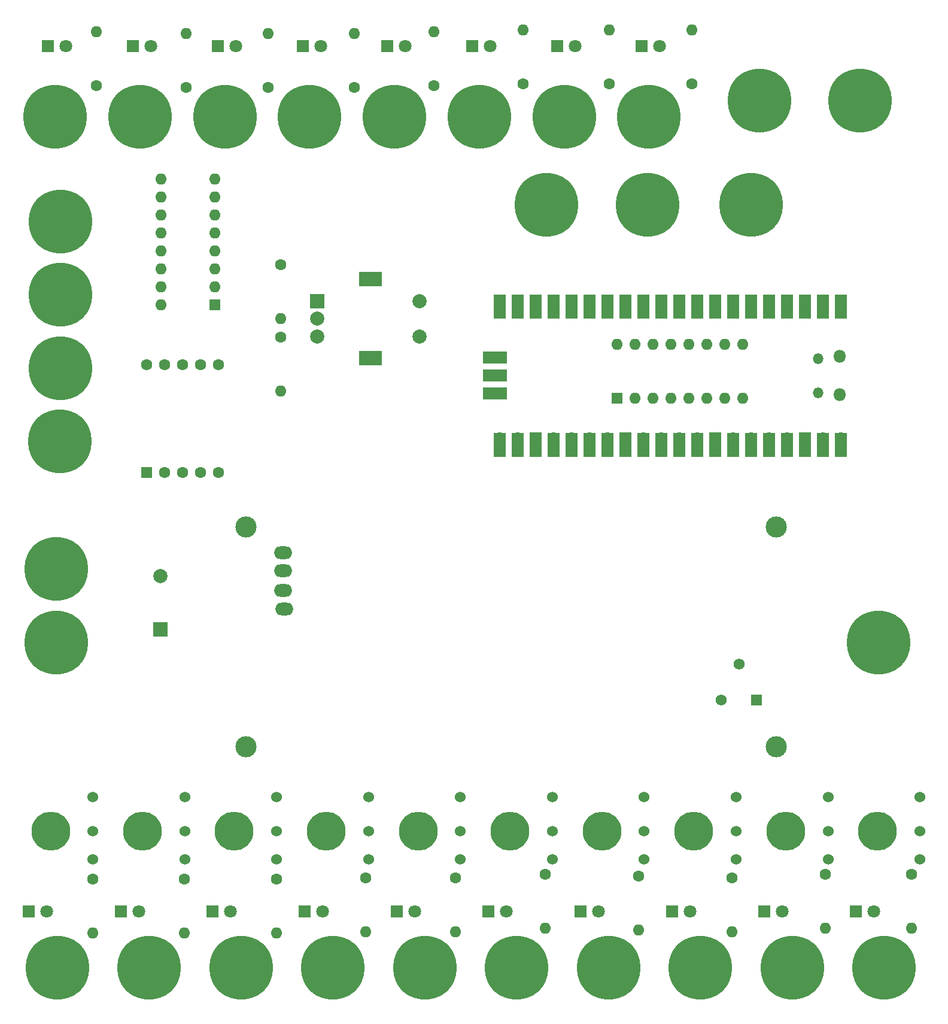
<source format=gbr>
%TF.GenerationSoftware,KiCad,Pcbnew,7.0.6*%
%TF.CreationDate,2023-07-29T11:39:48+05:30*%
%TF.ProjectId,Copy of Trainer Kit Prototype,436f7079-206f-4662-9054-7261696e6572,rev?*%
%TF.SameCoordinates,Original*%
%TF.FileFunction,Soldermask,Bot*%
%TF.FilePolarity,Negative*%
%FSLAX46Y46*%
G04 Gerber Fmt 4.6, Leading zero omitted, Abs format (unit mm)*
G04 Created by KiCad (PCBNEW 7.0.6) date 2023-07-29 11:39:48*
%MOMM*%
%LPD*%
G01*
G04 APERTURE LIST*
%ADD10C,3.000000*%
%ADD11O,2.600000X1.800000*%
%ADD12C,1.600000*%
%ADD13O,1.600000X1.600000*%
%ADD14C,5.500000*%
%ADD15C,1.524000*%
%ADD16C,5.900000*%
%ADD17C,9.000000*%
%ADD18R,1.560000X1.560000*%
%ADD19C,1.560000*%
%ADD20R,2.000000X2.000000*%
%ADD21C,2.000000*%
%ADD22R,3.200000X2.000000*%
%ADD23R,1.800000X1.800000*%
%ADD24C,1.800000*%
%ADD25R,1.600000X1.600000*%
%ADD26O,1.800000X1.800000*%
%ADD27O,1.500000X1.500000*%
%ADD28O,1.700000X1.700000*%
%ADD29R,1.700000X3.500000*%
%ADD30R,1.700000X1.700000*%
%ADD31R,3.500000X1.700000*%
G04 APERTURE END LIST*
D10*
%TO.C,U5*%
X32327900Y-71624000D03*
X32327900Y-102624700D03*
X107326480Y-102624700D03*
X107327000Y-71624000D03*
D11*
X37592000Y-75184000D03*
X37592000Y-77784000D03*
X37592000Y-80584000D03*
X37692000Y-83184000D03*
%TD*%
D12*
%TO.C,R7*%
X87884000Y-120904000D03*
D13*
X87884000Y-128524000D03*
%TD*%
D14*
%TO.C,SW4*%
X43654000Y-114608000D03*
D15*
X49654000Y-109728000D03*
X49654000Y-114608000D03*
X49654000Y-118608000D03*
%TD*%
D12*
%TO.C,R9*%
X114300000Y-120650000D03*
D13*
X114300000Y-128270000D03*
%TD*%
D12*
%TO.C,R10*%
X126492000Y-120650000D03*
D13*
X126492000Y-128270000D03*
%TD*%
D14*
%TO.C,SW5*%
X56654000Y-114608000D03*
D15*
X62654000Y-109728000D03*
X62654000Y-114608000D03*
X62654000Y-118608000D03*
%TD*%
D16*
%TO.C,BP44*%
X5509000Y-87884000D03*
D17*
X5509000Y-87884000D03*
%TD*%
D18*
%TO.C,RV1*%
X104568000Y-96012000D03*
D19*
X102068000Y-91012000D03*
X99568000Y-96012000D03*
%TD*%
D16*
%TO.C,BP25*%
X41313000Y-13556000D03*
D17*
X41313000Y-13556000D03*
%TD*%
D16*
%TO.C,BP38*%
X83604000Y-133908000D03*
D17*
X83604000Y-133908000D03*
%TD*%
D12*
%TO.C,R3*%
X36604000Y-121408000D03*
D13*
X36604000Y-129028000D03*
%TD*%
D20*
%TO.C,SW11*%
X42396000Y-39624000D03*
D21*
X42396000Y-44624000D03*
X42396000Y-42124000D03*
D22*
X49896000Y-36524000D03*
X49896000Y-47724000D03*
D21*
X56896000Y-44624000D03*
X56896000Y-39624000D03*
%TD*%
D14*
%TO.C,SW10*%
X121654000Y-114608000D03*
D15*
X127654000Y-109728000D03*
X127654000Y-114608000D03*
X127654000Y-118608000D03*
%TD*%
D16*
%TO.C,BP24*%
X29313000Y-13556000D03*
D17*
X29313000Y-13556000D03*
%TD*%
D23*
%TO.C,D8*%
X92604000Y-125908000D03*
D24*
X95144000Y-125908000D03*
%TD*%
D12*
%TO.C,R11*%
X11176000Y-9144000D03*
D13*
X11176000Y-1524000D03*
%TD*%
D23*
%TO.C,D16*%
X64313000Y-3556000D03*
D24*
X66853000Y-3556000D03*
%TD*%
D23*
%TO.C,D10*%
X118604000Y-125908000D03*
D24*
X121144000Y-125908000D03*
%TD*%
D25*
%TO.C,U2*%
X18288000Y-63885500D03*
D12*
X20828000Y-63885500D03*
X23368000Y-63885500D03*
X25908000Y-63885500D03*
X28448000Y-63885500D03*
X28448000Y-48645500D03*
X25908000Y-48645500D03*
X23368000Y-48645500D03*
X20828000Y-48645500D03*
X18288000Y-48645500D03*
%TD*%
D16*
%TO.C,BP43*%
X5509000Y-77534000D03*
D17*
X5509000Y-77534000D03*
%TD*%
D16*
%TO.C,BP40*%
X109604000Y-133908000D03*
D17*
X109604000Y-133908000D03*
%TD*%
D16*
%TO.C,*%
X121841000Y-87884000D03*
D17*
X121841000Y-87884000D03*
%TD*%
D23*
%TO.C,D2*%
X14624000Y-125908000D03*
D24*
X17164000Y-125908000D03*
%TD*%
D16*
%TO.C,BP3*%
X103744000Y-26047001D03*
D17*
X103744000Y-26047001D03*
%TD*%
D14*
%TO.C,SW8*%
X95654000Y-114608000D03*
D15*
X101654000Y-109728000D03*
X101654000Y-114608000D03*
X101654000Y-118608000D03*
%TD*%
D16*
%TO.C,BP32*%
X5604000Y-133908000D03*
D17*
X5604000Y-133908000D03*
%TD*%
D23*
%TO.C,D3*%
X27604000Y-125908000D03*
D24*
X30144000Y-125908000D03*
%TD*%
D12*
%TO.C,R6*%
X74676000Y-120650000D03*
D13*
X74676000Y-128270000D03*
%TD*%
D14*
%TO.C,SW6*%
X69654000Y-114608000D03*
D15*
X75654000Y-109728000D03*
X75654000Y-114608000D03*
X75654000Y-118608000D03*
%TD*%
D25*
%TO.C,U1*%
X27940000Y-40132000D03*
D13*
X27940000Y-37592000D03*
X27940000Y-35052000D03*
X27940000Y-32512000D03*
X27940000Y-29972000D03*
X27940000Y-27432000D03*
X27940000Y-24892000D03*
X27940000Y-22352000D03*
X20320000Y-22352000D03*
X20320000Y-24892000D03*
X20320000Y-27432000D03*
X20320000Y-29972000D03*
X20320000Y-32512000D03*
X20320000Y-35052000D03*
X20320000Y-37592000D03*
X20320000Y-40132000D03*
%TD*%
D16*
%TO.C,BP22*%
X5313000Y-13556000D03*
D17*
X5313000Y-13556000D03*
%TD*%
D23*
%TO.C,D13*%
X28313000Y-3556000D03*
D24*
X30853000Y-3556000D03*
%TD*%
D16*
%TO.C,BP18*%
X6017000Y-59436000D03*
D17*
X6017000Y-59436000D03*
%TD*%
D12*
%TO.C,R14*%
X47673000Y-9398000D03*
D13*
X47673000Y-1778000D03*
%TD*%
D12*
%TO.C,R13*%
X35481000Y-9398000D03*
D13*
X35481000Y-1778000D03*
%TD*%
D16*
%TO.C,BP31*%
X104949000Y-11291000D03*
D17*
X104949000Y-11291000D03*
%TD*%
D16*
%TO.C,BP37*%
X70604000Y-133908000D03*
D17*
X70604000Y-133908000D03*
%TD*%
D12*
%TO.C,R16*%
X71549000Y-8890000D03*
D13*
X71549000Y-1270000D03*
%TD*%
D14*
%TO.C,SW1*%
X4714000Y-114608000D03*
D15*
X10654000Y-109728000D03*
X10654000Y-114608000D03*
X10654000Y-118608000D03*
%TD*%
D16*
%TO.C,BP29*%
X89313000Y-13556000D03*
D17*
X89313000Y-13556000D03*
%TD*%
D16*
%TO.C,BP30*%
X119173000Y-11291000D03*
D17*
X119173000Y-11291000D03*
%TD*%
D16*
%TO.C,BP35*%
X44604000Y-133908000D03*
D17*
X44604000Y-133908000D03*
%TD*%
D16*
%TO.C,BP2*%
X89140000Y-26027001D03*
D17*
X89140000Y-26027001D03*
%TD*%
D23*
%TO.C,D15*%
X52313000Y-3556000D03*
D24*
X54853000Y-3556000D03*
%TD*%
D16*
%TO.C,BP4*%
X74788000Y-26047001D03*
D17*
X74788000Y-26047001D03*
%TD*%
D12*
%TO.C,R15*%
X58863000Y-9144000D03*
D13*
X58863000Y-1524000D03*
%TD*%
D23*
%TO.C,D14*%
X40313000Y-3556000D03*
D24*
X42853000Y-3556000D03*
%TD*%
D16*
%TO.C,BP34*%
X31604000Y-133908000D03*
D17*
X31604000Y-133908000D03*
%TD*%
D16*
%TO.C,BP19*%
X6069000Y-49114000D03*
D17*
X6069000Y-49114000D03*
%TD*%
D12*
%TO.C,R12*%
X23811000Y-9398000D03*
D13*
X23811000Y-1778000D03*
%TD*%
D12*
%TO.C,R5*%
X61976000Y-121158000D03*
D13*
X61976000Y-128778000D03*
%TD*%
D23*
%TO.C,D11*%
X4313000Y-3556000D03*
D24*
X6853000Y-3556000D03*
%TD*%
D12*
%TO.C,R26*%
X37196000Y-34504000D03*
D13*
X37196000Y-42124000D03*
%TD*%
D23*
%TO.C,D9*%
X105604000Y-125908000D03*
D24*
X108144000Y-125908000D03*
%TD*%
D23*
%TO.C,D12*%
X16313000Y-3556000D03*
D24*
X18853000Y-3556000D03*
%TD*%
D14*
%TO.C,SW9*%
X108654000Y-114608000D03*
D15*
X114654000Y-109728000D03*
X114654000Y-114608000D03*
X114654000Y-118608000D03*
%TD*%
D16*
%TO.C,BP26*%
X53313000Y-13556000D03*
D17*
X53313000Y-13556000D03*
%TD*%
D12*
%TO.C,R4*%
X49276000Y-121158000D03*
D13*
X49276000Y-128778000D03*
%TD*%
D12*
%TO.C,R18*%
X95425000Y-8890000D03*
D13*
X95425000Y-1270000D03*
%TD*%
D16*
%TO.C,BP28*%
X77313000Y-13556000D03*
D17*
X77313000Y-13556000D03*
%TD*%
D12*
%TO.C,R1*%
X10604000Y-121408000D03*
D13*
X10604000Y-129028000D03*
%TD*%
D14*
%TO.C,SW3*%
X30654000Y-114608000D03*
D15*
X36654000Y-109728000D03*
X36654000Y-114608000D03*
X36654000Y-118608000D03*
%TD*%
D25*
%TO.C,U7*%
X84836000Y-53364001D03*
D13*
X87376000Y-53364001D03*
X89916000Y-53364001D03*
X92456000Y-53364001D03*
X94996000Y-53364001D03*
X97536000Y-53364001D03*
X100076000Y-53364001D03*
X102616000Y-53364001D03*
X102616000Y-45744001D03*
X100076000Y-45744001D03*
X97536000Y-45744001D03*
X94996000Y-45744001D03*
X92456000Y-45744001D03*
X89916000Y-45744001D03*
X87376000Y-45744001D03*
X84836000Y-45744001D03*
%TD*%
D23*
%TO.C,D5*%
X53604000Y-125908000D03*
D24*
X56144000Y-125908000D03*
%TD*%
D16*
%TO.C,BP23*%
X17313000Y-13556000D03*
D17*
X17313000Y-13556000D03*
%TD*%
D16*
%TO.C,BP27*%
X65313000Y-13556000D03*
D17*
X65313000Y-13556000D03*
%TD*%
D16*
%TO.C,BP20*%
X6069000Y-38764000D03*
D17*
X6069000Y-38764000D03*
%TD*%
D16*
%TO.C,BP41*%
X122604000Y-133908000D03*
D17*
X122604000Y-133908000D03*
%TD*%
D12*
%TO.C,R17*%
X83741000Y-8890000D03*
D13*
X83741000Y-1270000D03*
%TD*%
D23*
%TO.C,D1*%
X1604000Y-125908000D03*
D24*
X4144000Y-125908000D03*
%TD*%
D12*
%TO.C,R8*%
X101092000Y-121158000D03*
D13*
X101092000Y-128778000D03*
%TD*%
D23*
%TO.C,D6*%
X66604000Y-125908000D03*
D24*
X69144000Y-125908000D03*
%TD*%
D20*
%TO.C,D21*%
X20241000Y-86096000D03*
D21*
X20241000Y-78496000D03*
%TD*%
D16*
%TO.C,BP39*%
X96604000Y-133908000D03*
D17*
X96604000Y-133908000D03*
%TD*%
D14*
%TO.C,SW*%
X17654000Y-114608000D03*
D15*
X23654000Y-109728000D03*
X23654000Y-114608000D03*
X23654000Y-118608000D03*
%TD*%
D12*
%TO.C,R25*%
X37196000Y-44704000D03*
D13*
X37196000Y-52324000D03*
%TD*%
D23*
%TO.C,D17*%
X76313000Y-3556000D03*
D24*
X78853000Y-3556000D03*
%TD*%
D23*
%TO.C,D7*%
X79604000Y-125908000D03*
D24*
X82144000Y-125908000D03*
%TD*%
D16*
%TO.C,BP33*%
X18624000Y-133908000D03*
D17*
X18624000Y-133908000D03*
%TD*%
D14*
%TO.C,SW7*%
X82654000Y-114608000D03*
D15*
X88654000Y-109728000D03*
X88654000Y-114608000D03*
X88654000Y-118608000D03*
%TD*%
D23*
%TO.C,D4*%
X40604000Y-125908000D03*
D24*
X43144000Y-125908000D03*
%TD*%
D16*
%TO.C,BP36*%
X57604000Y-133908000D03*
D17*
X57604000Y-133908000D03*
%TD*%
D23*
%TO.C,D18*%
X88313000Y-3556000D03*
D24*
X90853000Y-3556000D03*
%TD*%
D12*
%TO.C,R2*%
X23624000Y-121408000D03*
D13*
X23624000Y-129028000D03*
%TD*%
D16*
%TO.C,BP21*%
X6069000Y-28414000D03*
D17*
X6069000Y-28414000D03*
%TD*%
D26*
%TO.C,U3*%
X116313998Y-52902001D03*
D27*
X113284000Y-52602001D03*
X113284000Y-47752000D03*
D26*
X116313998Y-47452001D03*
D28*
X116443999Y-41287002D03*
D29*
X116443999Y-40387002D03*
D28*
X113903999Y-41287000D03*
D29*
X113903999Y-40387000D03*
D30*
X111364000Y-41287002D03*
D29*
X111364000Y-40387002D03*
D28*
X108823999Y-41287000D03*
D29*
X108823999Y-40387000D03*
D28*
X106283999Y-41287002D03*
D29*
X106283999Y-40387002D03*
D28*
X103744000Y-41287001D03*
D29*
X103744000Y-40387001D03*
D28*
X101204000Y-41287000D03*
D29*
X101204000Y-40387000D03*
D30*
X98663999Y-41287000D03*
D29*
X98663999Y-40387000D03*
D28*
X96124000Y-41287001D03*
D29*
X96124000Y-40387001D03*
D28*
X93583999Y-41287002D03*
D29*
X93583999Y-40387002D03*
D28*
X91044000Y-41287000D03*
D29*
X91044000Y-40387000D03*
D28*
X88504000Y-41287002D03*
D29*
X88504000Y-40387002D03*
D30*
X85963999Y-41287002D03*
D29*
X85963999Y-40387002D03*
D28*
X83423999Y-41287002D03*
D29*
X83423999Y-40387002D03*
D28*
X80884000Y-41287001D03*
D29*
X80884000Y-40387001D03*
D28*
X78344000Y-41287000D03*
D29*
X78344000Y-40387000D03*
D28*
X75803999Y-41287000D03*
D29*
X75803999Y-40387000D03*
D30*
X73264000Y-41287001D03*
D29*
X73264000Y-40387001D03*
D28*
X70723999Y-41287002D03*
D29*
X70723999Y-40387002D03*
D28*
X68184000Y-41287000D03*
D29*
X68184000Y-40387000D03*
D28*
X68184000Y-59067001D03*
D29*
X68184000Y-59967001D03*
D28*
X70724000Y-59067002D03*
D29*
X70724000Y-59967002D03*
D30*
X73264000Y-59067000D03*
D29*
X73264000Y-59967000D03*
D28*
X75804000Y-59067000D03*
D29*
X75804000Y-59967000D03*
D28*
X78344000Y-59067001D03*
D29*
X78344000Y-59967001D03*
D28*
X80883999Y-59067000D03*
D29*
X80883999Y-59967000D03*
D28*
X83424000Y-59067002D03*
D29*
X83424000Y-59967002D03*
D30*
X85964000Y-59067000D03*
D29*
X85964000Y-59967000D03*
D28*
X88504000Y-59067001D03*
D29*
X88504000Y-59967001D03*
D28*
X91044000Y-59067001D03*
D29*
X91044000Y-59967001D03*
D28*
X93584000Y-59067002D03*
D29*
X93584000Y-59967002D03*
D28*
X96124000Y-59067000D03*
D29*
X96124000Y-59967000D03*
D30*
X98664000Y-59067000D03*
D29*
X98664000Y-59967000D03*
D28*
X101204000Y-59067001D03*
D29*
X101204000Y-59967001D03*
D28*
X103743999Y-59067000D03*
D29*
X103743999Y-59967000D03*
D28*
X106284000Y-59067002D03*
D29*
X106284000Y-59967002D03*
D28*
X108824000Y-59067000D03*
D29*
X108824000Y-59967000D03*
D30*
X111364000Y-59067001D03*
D29*
X111364000Y-59967001D03*
D28*
X113903999Y-59067001D03*
D29*
X113903999Y-59967001D03*
D28*
X116444000Y-59067002D03*
D29*
X116444000Y-59967002D03*
D28*
X68413999Y-47637002D03*
D31*
X67513999Y-47637002D03*
D30*
X68413999Y-50177002D03*
D31*
X67513999Y-50177002D03*
D28*
X68413999Y-52717000D03*
D31*
X67513999Y-52717000D03*
%TD*%
M02*

</source>
